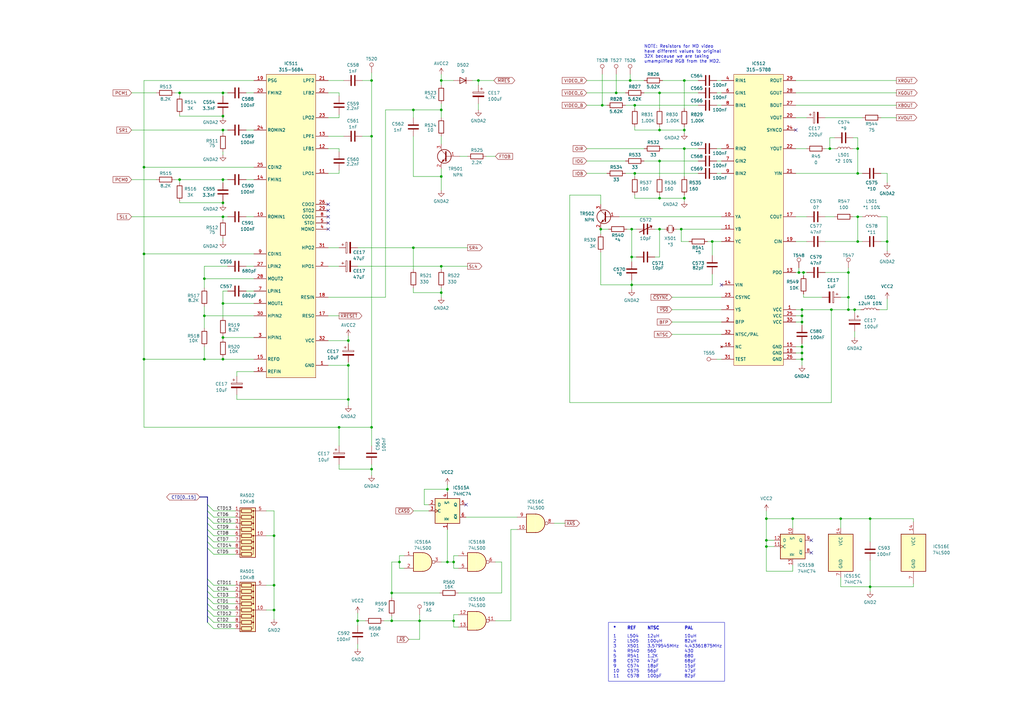
<source format=kicad_sch>
(kicad_sch (version 20230121) (generator eeschema)
  (paper "A3")
  (title_block (title "32X Sub") (date "2023-11-29") (rev "1.1") (company "By Cosam") (comment 1 "Neptune"))
  (junction (at 152.4 33.02))
  (junction (at 180.975 109.22))
  (junction (at 328.93 147.32))
  (junction (at 112.395 240.03))
  (junction (at 112.395 250.19))
  (junction (at 270.51 66.04))
  (junction (at 142.875 149.86))
  (junction (at 91.44 47.625))
  (junction (at 91.44 83.185))
  (junction (at 280.67 53.34))
  (junction (at 314.325 224.155))
  (junction (at 351.79 71.12))
  (junction (at 59.055 147.32))
  (junction (at 247.015 43.18))
  (junction (at 325.12 212.725))
  (junction (at 91.44 73.66))
  (junction (at 328.93 144.78))
  (junction (at 180.975 120.015))
  (junction (at 327.66 111.76))
  (junction (at 196.215 33.02))
  (junction (at 363.855 99.06))
  (junction (at 91.44 38.1))
  (junction (at 314.325 212.725))
  (junction (at 340.36 60.96))
  (junction (at 259.08 93.98))
  (junction (at 180.975 72.39))
  (junction (at 259.08 105.41))
  (junction (at 356.87 212.725))
  (junction (at 347.98 127))
  (junction (at 292.1 99.06))
  (junction (at 59.055 104.14))
  (junction (at 186.055 254.635))
  (junction (at 328.93 129.54))
  (junction (at 146.685 254.635))
  (junction (at 112.395 219.71))
  (junction (at 91.44 88.9))
  (junction (at 347.98 111.76))
  (junction (at 340.995 127))
  (junction (at 152.4 175.26))
  (junction (at 270.51 38.1))
  (junction (at 260.35 71.12))
  (junction (at 91.44 124.46))
  (junction (at 328.93 142.24))
  (junction (at 329.565 111.76))
  (junction (at 142.875 139.7))
  (junction (at 163.83 230.505))
  (junction (at 280.67 33.02))
  (junction (at 280.67 60.96))
  (junction (at 350.52 127))
  (junction (at 280.67 81.28))
  (junction (at 270.51 81.28))
  (junction (at 172.085 254.635))
  (junction (at 183.515 230.505))
  (junction (at 183.515 200.66))
  (junction (at 169.545 101.6))
  (junction (at 344.805 212.725))
  (junction (at 328.93 132.08))
  (junction (at 152.4 55.88))
  (junction (at 246.38 93.98))
  (junction (at 270.51 93.98))
  (junction (at 73.66 38.1))
  (junction (at 83.82 147.32))
  (junction (at 180.975 45.085))
  (junction (at 169.545 45.085))
  (junction (at 314.325 221.615))
  (junction (at 73.66 73.66))
  (junction (at 351.79 60.96))
  (junction (at 270.51 53.34))
  (junction (at 186.055 230.505))
  (junction (at 91.44 138.43))
  (junction (at 160.655 243.205))
  (junction (at 351.79 88.9))
  (junction (at 259.08 116.84))
  (junction (at 91.44 53.34))
  (junction (at 347.98 121.92))
  (junction (at 260.35 43.18))
  (junction (at 279.4 93.98))
  (junction (at 328.93 127))
  (junction (at 252.73 38.1))
  (junction (at 91.44 147.32))
  (junction (at 152.4 192.405))
  (junction (at 160.655 254.635))
  (junction (at 142.875 163.83))
  (junction (at 83.82 129.54))
  (junction (at 258.445 33.02))
  (junction (at 139.065 175.26))
  (junction (at 180.975 33.02))
  (junction (at 59.055 68.58))
  (junction (at 356.87 240.665))
  (junction (at 351.79 99.06))
  (junction (at 83.82 114.3))
  (no_connect (at 295.91 116.84))
  (no_connect (at 332.74 226.695))
  (no_connect (at 134.62 86.36))
  (no_connect (at 134.62 93.98))
  (no_connect (at 191.135 207.01))
  (no_connect (at 134.62 88.9))
  (no_connect (at 134.62 91.44))
  (no_connect (at 134.62 83.82))
  (no_connect (at 332.74 221.615))
  (no_connect (at 326.39 53.34))
  (bus_entry (at 87.63 247.65) (size -2.54 -2.54))
  (bus_entry (at 87.63 242.57) (size -2.54 -2.54))
  (bus_entry (at 87.63 212.09) (size -2.54 -2.54))
  (bus_entry (at 87.63 240.03) (size -2.54 -2.54))
  (bus_entry (at 87.63 252.73) (size -2.54 -2.54))
  (bus_entry (at 87.63 250.19) (size -2.54 -2.54))
  (bus_entry (at 87.63 224.79) (size -2.54 -2.54))
  (bus_entry (at 87.63 214.63) (size -2.54 -2.54))
  (bus_entry (at 87.63 255.27) (size -2.54 -2.54))
  (bus_entry (at 87.63 257.81) (size -2.54 -2.54))
  (bus_entry (at 87.63 245.11) (size -2.54 -2.54))
  (bus_entry (at 87.63 219.71) (size -2.54 -2.54))
  (bus_entry (at 87.63 217.17) (size -2.54 -2.54))
  (bus_entry (at 87.63 209.55) (size -2.54 -2.54))
  (bus_entry (at 87.63 227.33) (size -2.54 -2.54))
  (bus_entry (at 87.63 222.25) (size -2.54 -2.54))
  (wire (pts (xy 91.44 138.43) (xy 91.44 139.065)))
  (wire (pts (xy 180.975 118.11) (xy 180.975 120.015)))
  (wire (pts (xy 169.545 45.085) (xy 169.545 48.26)))
  (wire (pts (xy 350.52 127) (xy 353.06 127)))
  (wire (pts (xy 258.445 33.02) (xy 264.16 33.02)))
  (wire (pts (xy 169.545 45.085) (xy 158.115 45.085)))
  (wire (pts (xy 91.44 83.185) (xy 73.66 83.185)))
  (wire (pts (xy 259.08 116.84) (xy 292.1 116.84)))
  (wire (pts (xy 280.67 33.02) (xy 286.385 33.02)))
  (wire (pts (xy 73.66 73.66) (xy 73.66 74.93)))
  (wire (pts (xy 275.59 121.92) (xy 295.91 121.92)))
  (wire (pts (xy 290.195 99.06) (xy 292.1 99.06)))
  (wire (pts (xy 257.175 93.98) (xy 259.08 93.98)))
  (wire (pts (xy 270.51 38.1) (xy 286.385 38.1)))
  (bus (pts (xy 85.09 237.49) (xy 85.09 240.03)))
  (wire (pts (xy 328.93 127) (xy 326.39 127)))
  (wire (pts (xy 180.975 55.88) (xy 180.975 59.055)))
  (wire (pts (xy 157.48 254.635) (xy 160.655 254.635)))
  (wire (pts (xy 247.015 43.18) (xy 248.92 43.18)))
  (wire (pts (xy 91.44 119.38) (xy 93.345 119.38)))
  (wire (pts (xy 53.975 73.66) (xy 64.135 73.66)))
  (wire (pts (xy 112.395 219.71) (xy 112.395 240.03)))
  (wire (pts (xy 259.08 105.41) (xy 259.08 107.315)))
  (wire (pts (xy 91.44 73.66) (xy 91.44 74.93)))
  (wire (pts (xy 350.52 127) (xy 350.52 128.27)))
  (wire (pts (xy 146.685 264.16) (xy 146.685 266.065)))
  (wire (pts (xy 246.38 116.84) (xy 259.08 116.84)))
  (wire (pts (xy 142.875 137.795) (xy 142.875 139.7)))
  (wire (pts (xy 186.055 257.175) (xy 187.96 257.175)))
  (wire (pts (xy 109.22 240.03) (xy 112.395 240.03)))
  (wire (pts (xy 326.39 71.12) (xy 351.79 71.12)))
  (wire (pts (xy 83.82 147.32) (xy 83.82 142.24)))
  (wire (pts (xy 73.66 47.625) (xy 73.66 46.99)))
  (wire (pts (xy 87.63 247.65) (xy 96.52 247.65)))
  (wire (pts (xy 180.975 109.22) (xy 180.975 110.49)))
  (wire (pts (xy 347.98 109.855) (xy 347.98 111.76)))
  (wire (pts (xy 180.975 69.215) (xy 180.975 72.39)))
  (wire (pts (xy 163.83 230.505) (xy 163.83 233.045)))
  (wire (pts (xy 180.34 243.205) (xy 160.655 243.205)))
  (wire (pts (xy 351.79 99.06) (xy 353.695 99.06)))
  (wire (pts (xy 59.055 68.58) (xy 59.055 104.14)))
  (wire (pts (xy 139.065 175.26) (xy 139.065 182.88)))
  (wire (pts (xy 87.63 224.79) (xy 96.52 224.79)))
  (wire (pts (xy 91.44 138.43) (xy 104.14 138.43)))
  (wire (pts (xy 329.565 120.65) (xy 329.565 121.92)))
  (wire (pts (xy 326.39 142.24) (xy 328.93 142.24)))
  (wire (pts (xy 326.39 144.78) (xy 328.93 144.78)))
  (wire (pts (xy 158.115 121.92) (xy 134.62 121.92)))
  (bus (pts (xy 85.09 212.09) (xy 85.09 209.55)))
  (wire (pts (xy 327.66 111.76) (xy 329.565 111.76)))
  (wire (pts (xy 83.82 129.54) (xy 104.14 129.54)))
  (wire (pts (xy 180.975 30.48) (xy 180.975 33.02)))
  (wire (pts (xy 350.52 135.89) (xy 350.52 138.43)))
  (wire (pts (xy 134.62 129.54) (xy 139.065 129.54)))
  (wire (pts (xy 180.975 120.015) (xy 180.975 121.92)))
  (wire (pts (xy 73.66 38.1) (xy 73.66 39.37)))
  (bus (pts (xy 85.09 222.25) (xy 85.09 219.71)))
  (wire (pts (xy 134.62 139.7) (xy 142.875 139.7)))
  (wire (pts (xy 83.82 114.3) (xy 104.14 114.3)))
  (wire (pts (xy 279.4 93.98) (xy 295.91 93.98)))
  (wire (pts (xy 328.93 147.32) (xy 326.39 147.32)))
  (wire (pts (xy 91.44 46.99) (xy 91.44 47.625)))
  (wire (pts (xy 314.325 209.55) (xy 314.325 212.725)))
  (wire (pts (xy 97.155 163.83) (xy 142.875 163.83)))
  (wire (pts (xy 180.975 109.22) (xy 191.77 109.22)))
  (wire (pts (xy 160.655 254.635) (xy 172.085 254.635)))
  (wire (pts (xy 187.96 252.095) (xy 186.055 252.095)))
  (wire (pts (xy 270.51 81.28) (xy 260.35 81.28)))
  (wire (pts (xy 173.99 207.01) (xy 173.99 200.66)))
  (wire (pts (xy 134.62 48.26) (xy 139.065 48.26)))
  (wire (pts (xy 180.975 45.085) (xy 169.545 45.085)))
  (wire (pts (xy 240.665 60.96) (xy 264.16 60.96)))
  (wire (pts (xy 87.63 212.09) (xy 96.52 212.09)))
  (wire (pts (xy 361.315 71.12) (xy 363.855 71.12)))
  (wire (pts (xy 279.4 93.98) (xy 279.4 99.06)))
  (wire (pts (xy 294.005 60.96) (xy 295.91 60.96)))
  (wire (pts (xy 252.73 30.48) (xy 252.73 38.1)))
  (wire (pts (xy 152.4 55.88) (xy 148.59 55.88)))
  (wire (pts (xy 87.63 250.19) (xy 96.52 250.19)))
  (wire (pts (xy 259.08 93.98) (xy 259.08 105.41)))
  (wire (pts (xy 280.67 60.96) (xy 280.67 72.39)))
  (wire (pts (xy 59.055 104.14) (xy 104.14 104.14)))
  (wire (pts (xy 152.4 33.02) (xy 152.4 55.88)))
  (bus (pts (xy 85.09 224.79) (xy 85.09 237.49)))
  (wire (pts (xy 139.065 48.26) (xy 139.065 46.99)))
  (wire (pts (xy 139.065 60.96) (xy 134.62 60.96)))
  (wire (pts (xy 169.545 101.6) (xy 169.545 110.49)))
  (wire (pts (xy 246.38 80.01) (xy 233.68 80.01)))
  (wire (pts (xy 97.155 152.4) (xy 97.155 154.305)))
  (wire (pts (xy 205.74 243.205) (xy 187.96 243.205)))
  (wire (pts (xy 91.44 124.46) (xy 104.14 124.46)))
  (wire (pts (xy 196.215 33.02) (xy 202.565 33.02)))
  (wire (pts (xy 279.4 99.06) (xy 282.575 99.06)))
  (wire (pts (xy 91.44 73.66) (xy 93.345 73.66)))
  (wire (pts (xy 91.44 124.46) (xy 91.44 130.175)))
  (wire (pts (xy 240.665 71.12) (xy 248.92 71.12)))
  (wire (pts (xy 246.38 103.505) (xy 246.38 116.84)))
  (wire (pts (xy 363.855 74.93) (xy 363.855 71.12)))
  (wire (pts (xy 209.55 217.17) (xy 212.09 217.17)))
  (wire (pts (xy 360.68 127) (xy 363.855 127)))
  (wire (pts (xy 183.515 230.505) (xy 183.515 217.17)))
  (wire (pts (xy 59.055 147.32) (xy 59.055 175.26)))
  (wire (pts (xy 361.315 48.26) (xy 367.665 48.26)))
  (wire (pts (xy 134.62 109.22) (xy 139.065 109.22)))
  (wire (pts (xy 351.79 71.12) (xy 353.695 71.12)))
  (wire (pts (xy 351.79 60.96) (xy 351.79 71.12)))
  (wire (pts (xy 326.39 48.26) (xy 330.835 48.26)))
  (wire (pts (xy 328.93 132.08) (xy 328.93 133.35)))
  (wire (pts (xy 175.895 207.01) (xy 173.99 207.01)))
  (wire (pts (xy 91.44 97.79) (xy 91.44 99.06)))
  (wire (pts (xy 328.93 147.32) (xy 328.93 149.86)))
  (wire (pts (xy 139.065 192.405) (xy 152.4 192.405)))
  (wire (pts (xy 268.605 93.98) (xy 270.51 93.98)))
  (wire (pts (xy 347.98 121.92) (xy 347.98 127)))
  (wire (pts (xy 71.755 38.1) (xy 73.66 38.1)))
  (bus (pts (xy 85.09 245.11) (xy 85.09 242.57)))
  (wire (pts (xy 294.005 147.32) (xy 295.91 147.32)))
  (wire (pts (xy 180.975 72.39) (xy 169.545 72.39)))
  (wire (pts (xy 314.325 224.155) (xy 317.5 224.155)))
  (wire (pts (xy 294.005 71.12) (xy 295.91 71.12)))
  (wire (pts (xy 152.4 190.5) (xy 152.4 192.405)))
  (wire (pts (xy 91.44 88.9) (xy 91.44 90.17)))
  (wire (pts (xy 87.63 222.25) (xy 96.52 222.25)))
  (wire (pts (xy 295.91 99.06) (xy 292.1 99.06)))
  (wire (pts (xy 292.1 112.395) (xy 292.1 116.84)))
  (wire (pts (xy 329.565 121.92) (xy 337.185 121.92)))
  (wire (pts (xy 139.065 71.12) (xy 139.065 69.85)))
  (wire (pts (xy 59.055 147.32) (xy 59.055 104.14)))
  (wire (pts (xy 270.51 93.98) (xy 270.51 105.41)))
  (wire (pts (xy 104.14 33.02) (xy 59.055 33.02)))
  (wire (pts (xy 256.54 43.18) (xy 260.35 43.18)))
  (wire (pts (xy 152.4 192.405) (xy 152.4 194.945)))
  (wire (pts (xy 294.005 66.04) (xy 295.91 66.04)))
  (wire (pts (xy 356.87 229.87) (xy 356.87 240.665)))
  (wire (pts (xy 169.545 118.11) (xy 169.545 120.015)))
  (wire (pts (xy 91.44 47.625) (xy 91.44 48.26)))
  (wire (pts (xy 169.545 101.6) (xy 191.77 101.6)))
  (wire (pts (xy 180.975 42.545) (xy 180.975 45.085)))
  (bus (pts (xy 85.09 252.73) (xy 85.09 250.19)))
  (wire (pts (xy 169.545 72.39) (xy 169.545 55.88)))
  (bus (pts (xy 85.09 217.17) (xy 85.09 214.63)))
  (wire (pts (xy 344.805 212.725) (xy 325.12 212.725)))
  (wire (pts (xy 83.82 109.22) (xy 93.345 109.22)))
  (wire (pts (xy 146.685 251.46) (xy 146.685 254.635)))
  (wire (pts (xy 53.975 88.9) (xy 91.44 88.9)))
  (wire (pts (xy 328.93 142.24) (xy 328.93 144.78)))
  (wire (pts (xy 87.63 242.57) (xy 96.52 242.57)))
  (wire (pts (xy 183.515 198.755) (xy 183.515 200.66)))
  (wire (pts (xy 91.44 47.625) (xy 73.66 47.625)))
  (wire (pts (xy 91.44 147.32) (xy 83.82 147.32)))
  (wire (pts (xy 340.995 127) (xy 347.98 127)))
  (wire (pts (xy 374.65 212.725) (xy 374.65 213.995)))
  (wire (pts (xy 356.87 240.665) (xy 374.65 240.665)))
  (wire (pts (xy 260.35 71.12) (xy 260.35 72.39)))
  (wire (pts (xy 326.39 132.08) (xy 328.93 132.08)))
  (wire (pts (xy 83.82 118.11) (xy 83.82 114.3)))
  (wire (pts (xy 363.855 88.9) (xy 361.315 88.9)))
  (wire (pts (xy 314.325 221.615) (xy 314.325 224.155)))
  (wire (pts (xy 180.975 230.505) (xy 183.515 230.505)))
  (wire (pts (xy 172.085 262.255) (xy 172.085 254.635)))
  (wire (pts (xy 363.855 122.555) (xy 363.855 127)))
  (wire (pts (xy 139.065 39.37) (xy 139.065 38.1)))
  (wire (pts (xy 142.875 148.59) (xy 142.875 149.86)))
  (wire (pts (xy 91.44 137.795) (xy 91.44 138.43)))
  (wire (pts (xy 351.79 60.96) (xy 349.885 60.96)))
  (wire (pts (xy 148.59 33.02) (xy 152.4 33.02)))
  (wire (pts (xy 240.665 33.02) (xy 258.445 33.02)))
  (wire (pts (xy 260.35 71.12) (xy 286.385 71.12)))
  (wire (pts (xy 328.93 144.78) (xy 328.93 147.32)))
  (wire (pts (xy 326.39 43.18) (xy 367.665 43.18)))
  (wire (pts (xy 259.08 93.98) (xy 260.985 93.98)))
  (wire (pts (xy 340.36 56.515) (xy 340.36 60.96)))
  (wire (pts (xy 264.16 66.04) (xy 270.51 66.04)))
  (wire (pts (xy 87.63 240.03) (xy 96.52 240.03)))
  (wire (pts (xy 270.51 93.98) (xy 272.415 93.98)))
  (wire (pts (xy 152.4 29.845) (xy 152.4 33.02)))
  (wire (pts (xy 240.665 66.04) (xy 256.54 66.04)))
  (wire (pts (xy 264.16 38.1) (xy 270.51 38.1)))
  (wire (pts (xy 83.82 147.32) (xy 59.055 147.32)))
  (wire (pts (xy 292.1 99.06) (xy 292.1 104.775)))
  (wire (pts (xy 270.51 38.1) (xy 270.51 44.45)))
  (wire (pts (xy 338.455 60.96) (xy 340.36 60.96)))
  (wire (pts (xy 91.44 82.55) (xy 91.44 83.185)))
  (wire (pts (xy 325.12 234.315) (xy 325.12 231.775)))
  (wire (pts (xy 280.67 53.34) (xy 270.51 53.34)))
  (wire (pts (xy 314.325 234.315) (xy 325.12 234.315)))
  (wire (pts (xy 328.93 132.08) (xy 328.93 129.54)))
  (wire (pts (xy 329.565 111.76) (xy 330.835 111.76)))
  (wire (pts (xy 53.975 53.34) (xy 91.44 53.34)))
  (wire (pts (xy 233.68 165.1) (xy 340.995 165.1)))
  (wire (pts (xy 163.83 233.045) (xy 165.735 233.045)))
  (wire (pts (xy 186.055 254.635) (xy 186.055 257.175)))
  (wire (pts (xy 87.63 227.33) (xy 96.52 227.33)))
  (wire (pts (xy 329.565 111.76) (xy 329.565 113.03)))
  (wire (pts (xy 258.445 30.48) (xy 258.445 33.02)))
  (wire (pts (xy 351.79 88.9) (xy 353.695 88.9)))
  (wire (pts (xy 326.39 38.1) (xy 367.665 38.1)))
  (wire (pts (xy 167.64 262.255) (xy 172.085 262.255)))
  (wire (pts (xy 240.665 38.1) (xy 252.73 38.1)))
  (wire (pts (xy 104.14 152.4) (xy 97.155 152.4)))
  (wire (pts (xy 87.63 252.73) (xy 96.52 252.73)))
  (wire (pts (xy 87.63 245.11) (xy 96.52 245.11)))
  (wire (pts (xy 53.975 38.1) (xy 64.135 38.1)))
  (wire (pts (xy 109.22 250.19) (xy 112.395 250.19)))
  (wire (pts (xy 134.62 33.02) (xy 140.97 33.02)))
  (bus (pts (xy 85.09 219.71) (xy 85.09 217.17)))
  (wire (pts (xy 246.38 93.98) (xy 246.38 95.885)))
  (wire (pts (xy 314.325 221.615) (xy 317.5 221.615)))
  (wire (pts (xy 363.855 99.06) (xy 363.855 88.9)))
  (wire (pts (xy 83.82 129.54) (xy 83.82 134.62)))
  (wire (pts (xy 294.005 33.02) (xy 295.91 33.02)))
  (wire (pts (xy 340.995 165.1) (xy 340.995 127)))
  (wire (pts (xy 205.74 230.505) (xy 203.2 230.505)))
  (wire (pts (xy 100.965 73.66) (xy 104.14 73.66)))
  (wire (pts (xy 209.55 254.635) (xy 209.55 217.17)))
  (wire (pts (xy 165.735 227.965) (xy 163.83 227.965)))
  (wire (pts (xy 186.055 252.095) (xy 186.055 254.635)))
  (wire (pts (xy 351.79 56.515) (xy 351.79 60.96)))
  (bus (pts (xy 85.09 255.27) (xy 85.09 252.73)))
  (wire (pts (xy 205.74 230.505) (xy 205.74 243.205)))
  (wire (pts (xy 240.665 43.18) (xy 247.015 43.18)))
  (wire (pts (xy 186.055 230.505) (xy 186.055 233.045)))
  (wire (pts (xy 152.4 175.26) (xy 152.4 182.88)))
  (wire (pts (xy 260.35 53.34) (xy 260.35 52.07)))
  (wire (pts (xy 134.62 71.12) (xy 139.065 71.12)))
  (wire (pts (xy 259.08 105.41) (xy 260.985 105.41)))
  (wire (pts (xy 351.79 88.9) (xy 351.79 99.06)))
  (wire (pts (xy 338.455 99.06) (xy 351.79 99.06)))
  (wire (pts (xy 252.73 38.1) (xy 256.54 38.1)))
  (wire (pts (xy 91.44 53.34) (xy 93.345 53.34)))
  (wire (pts (xy 338.455 111.76) (xy 347.98 111.76)))
  (wire (pts (xy 349.885 88.9) (xy 351.79 88.9)))
  (wire (pts (xy 203.2 254.635) (xy 209.55 254.635)))
  (wire (pts (xy 356.87 222.25) (xy 356.87 212.725)))
  (wire (pts (xy 280.67 81.28) (xy 280.67 82.55)))
  (wire (pts (xy 142.875 163.83) (xy 142.875 166.37)))
  (wire (pts (xy 246.38 93.98) (xy 249.555 93.98)))
  (wire (pts (xy 270.51 66.04) (xy 286.385 66.04)))
  (wire (pts (xy 91.44 147.32) (xy 104.14 147.32)))
  (wire (pts (xy 73.66 83.185) (xy 73.66 82.55)))
  (wire (pts (xy 163.83 230.505) (xy 160.655 230.505)))
  (wire (pts (xy 294.005 43.18) (xy 295.91 43.18)))
  (wire (pts (xy 275.59 132.08) (xy 295.91 132.08)))
  (wire (pts (xy 152.4 175.26) (xy 152.4 55.88)))
  (wire (pts (xy 59.055 68.58) (xy 104.14 68.58)))
  (wire (pts (xy 59.055 33.02) (xy 59.055 68.58)))
  (wire (pts (xy 199.39 64.135) (xy 203.2 64.135)))
  (wire (pts (xy 146.685 256.54) (xy 146.685 254.635)))
  (wire (pts (xy 340.995 127) (xy 328.93 127)))
  (wire (pts (xy 260.35 43.18) (xy 286.385 43.18)))
  (wire (pts (xy 186.055 233.045) (xy 187.96 233.045)))
  (wire (pts (xy 91.44 146.685) (xy 91.44 147.32)))
  (wire (pts (xy 73.66 38.1) (xy 91.44 38.1)))
  (wire (pts (xy 314.325 212.725) (xy 314.325 221.615)))
  (wire (pts (xy 139.065 190.5) (xy 139.065 192.405)))
  (wire (pts (xy 227.33 214.63) (xy 231.775 214.63)))
  (wire (pts (xy 356.87 240.665) (xy 344.805 240.665)))
  (wire (pts (xy 172.085 254.635) (xy 186.055 254.635)))
  (wire (pts (xy 109.22 209.55) (xy 112.395 209.55)))
  (wire (pts (xy 183.515 230.505) (xy 186.055 230.505)))
  (wire (pts (xy 326.39 88.9) (xy 330.835 88.9)))
  (wire (pts (xy 169.545 120.015) (xy 180.975 120.015)))
  (wire (pts (xy 112.395 240.03) (xy 112.395 250.19)))
  (wire (pts (xy 142.875 139.7) (xy 142.875 140.97)))
  (wire (pts (xy 338.455 88.9) (xy 342.265 88.9)))
  (wire (pts (xy 275.59 127) (xy 295.91 127)))
  (wire (pts (xy 139.065 175.26) (xy 152.4 175.26)))
  (wire (pts (xy 356.87 240.665) (xy 356.87 242.57)))
  (wire (pts (xy 180.975 33.02) (xy 186.055 33.02)))
  (wire (pts (xy 326.39 129.54) (xy 328.93 129.54)))
  (wire (pts (xy 142.875 163.83) (xy 142.875 149.86)))
  (wire (pts (xy 325.12 212.725) (xy 325.12 216.535)))
  (wire (pts (xy 270.51 53.34) (xy 260.35 53.34)))
  (wire (pts (xy 183.515 200.66) (xy 183.515 201.93)))
  (wire (pts (xy 259.08 114.935) (xy 259.08 116.84)))
  (wire (pts (xy 169.545 209.55) (xy 175.895 209.55)))
  (wire (pts (xy 277.495 93.98) (xy 279.4 93.98)))
  (wire (pts (xy 142.875 149.86) (xy 134.62 149.86)))
  (wire (pts (xy 187.96 227.965) (xy 186.055 227.965)))
  (wire (pts (xy 91.44 83.185) (xy 91.44 83.82)))
  (wire (pts (xy 173.99 200.66) (xy 183.515 200.66)))
  (wire (pts (xy 83.82 114.3) (xy 83.82 109.22)))
  (wire (pts (xy 97.155 161.925) (xy 97.155 163.83)))
  (wire (pts (xy 73.66 73.66) (xy 91.44 73.66)))
  (wire (pts (xy 361.315 99.06) (xy 363.855 99.06)))
  (wire (pts (xy 280.67 81.28) (xy 270.51 81.28)))
  (wire (pts (xy 270.51 80.01) (xy 270.51 81.28)))
  (wire (pts (xy 256.54 71.12) (xy 260.35 71.12)))
  (wire (pts (xy 327.66 109.855) (xy 327.66 111.76)))
  (wire (pts (xy 91.44 53.34) (xy 91.44 54.61)))
  (wire (pts (xy 87.63 255.27) (xy 96.52 255.27)))
  (wire (pts (xy 328.93 129.54) (xy 328.93 127)))
  (wire (pts (xy 100.965 53.34) (xy 104.14 53.34)))
  (wire (pts (xy 280.67 60.96) (xy 286.385 60.96)))
  (wire (pts (xy 186.055 227.965) (xy 186.055 230.505)))
  (wire (pts (xy 112.395 250.19) (xy 112.395 254)))
  (wire (pts (xy 160.655 252.73) (xy 160.655 254.635)))
  (wire (pts (xy 188.595 64.135) (xy 191.77 64.135)))
  (wire (pts (xy 247.015 30.48) (xy 247.015 43.18)))
  (wire (pts (xy 314.325 212.725) (xy 325.12 212.725)))
  (wire (pts (xy 374.65 212.725) (xy 356.87 212.725)))
  (wire (pts (xy 328.93 140.97) (xy 328.93 142.24)))
  (wire (pts (xy 260.35 43.18) (xy 260.35 44.45)))
  (wire (pts (xy 344.805 240.665) (xy 344.805 236.855)))
  (wire (pts (xy 344.805 121.92) (xy 347.98 121.92)))
  (wire (pts (xy 180.975 45.085) (xy 180.975 48.26)))
  (wire (pts (xy 100.965 88.9) (xy 104.14 88.9)))
  (wire (pts (xy 91.44 88.9) (xy 93.345 88.9)))
  (wire (pts (xy 280.67 33.02) (xy 280.67 44.45)))
  (wire (pts (xy 134.62 101.6) (xy 139.065 101.6)))
  (wire (pts (xy 146.685 101.6) (xy 169.545 101.6)))
  (wire (pts (xy 254 88.9) (xy 295.91 88.9)))
  (wire (pts (xy 87.63 257.81) (xy 96.52 257.81)))
  (wire (pts (xy 246.38 83.82) (xy 246.38 80.01)))
  (wire (pts (xy 196.215 42.545) (xy 196.215 45.085)))
  (wire (pts (xy 100.965 38.1) (xy 104.14 38.1)))
  (wire (pts (xy 314.325 224.155) (xy 314.325 234.315)))
  (wire (pts (xy 83.82 129.54) (xy 83.82 125.73)))
  (bus (pts (xy 85.09 207.01) (xy 85.09 203.835)))
  (wire (pts (xy 146.685 109.22) (xy 180.975 109.22)))
  (wire (pts (xy 100.965 119.38) (xy 104.14 119.38)))
  (wire (pts (xy 347.98 127) (xy 350.52 127)))
  (wire (pts (xy 87.63 219.71) (xy 96.52 219.71)))
  (wire (pts (xy 139.065 62.23) (xy 139.065 60.96)))
  (wire (pts (xy 326.39 99.06) (xy 330.835 99.06)))
  (wire (pts (xy 91.44 38.1) (xy 91.44 39.37)))
  (wire (pts (xy 270.51 52.07) (xy 270.51 53.34)))
  (bus (pts (xy 85.09 247.65) (xy 85.09 245.11)))
  (wire (pts (xy 326.39 33.02) (xy 367.665 33.02)))
  (wire (pts (xy 91.44 38.1) (xy 93.345 38.1)))
  (wire (pts (xy 91.44 62.23) (xy 91.44 63.5)))
  (bus (pts (xy 85.09 242.57) (xy 85.09 240.03)))
  (wire (pts (xy 338.455 48.26) (xy 353.695 48.26)))
  (wire (pts (xy 87.63 209.55) (xy 96.52 209.55)))
  (wire (pts (xy 271.78 33.02) (xy 280.67 33.02)))
  (wire (pts (xy 347.98 111.76) (xy 347.98 121.92)))
  (wire (pts (xy 280.67 80.01) (xy 280.67 81.28)))
  (wire (pts (xy 271.78 60.96) (xy 280.67 60.96)))
  (wire (pts (xy 59.055 175.26) (xy 139.065 175.26)))
  (bus (pts (xy 85.09 224.79) (xy 85.09 222.25)))
  (wire (pts (xy 233.68 80.01) (xy 233.68 165.1)))
  (wire (pts (xy 191.135 212.09) (xy 212.09 212.09)))
  (wire (pts (xy 172.085 252.095) (xy 172.085 254.635)))
  (wire (pts (xy 193.675 33.02) (xy 196.215 33.02)))
  (wire (pts (xy 109.22 219.71) (xy 112.395 219.71)))
  (wire (pts (xy 100.965 109.22) (xy 104.14 109.22)))
  (wire (pts (xy 363.855 102.87) (xy 363.855 99.06)))
  (wire (pts (xy 280.67 52.07) (xy 280.67 53.34)))
  (wire (pts (xy 146.685 254.635) (xy 149.86 254.635)))
  (wire (pts (xy 87.63 217.17) (xy 96.52 217.17)))
  (wire (pts (xy 340.36 60.96) (xy 342.265 60.96)))
  (wire (pts (xy 349.885 56.515) (xy 351.79 56.515)))
  (bus (pts (xy 85.09 203.835) (xy 81.915 203.835)))
  (wire (pts (xy 87.63 214.63) (xy 96.52 214.63)))
  (wire (pts (xy 344.805 212.725) (xy 344.805 216.535)))
  (wire (pts (xy 163.83 227.965) (xy 163.83 230.505)))
  (wire (pts (xy 326.39 111.76) (xy 327.66 111.76)))
  (wire (pts (xy 260.35 81.28) (xy 260.35 80.01)))
  (wire (pts (xy 134.62 38.1) (xy 139.065 38.1)))
  (wire (pts (xy 158.115 45.085) (xy 158.115 121.92)))
  (wire (pts (xy 356.87 212.725) (xy 344.805 212.725)))
  (wire (pts (xy 160.655 230.505) (xy 160.655 243.205)))
  (wire (pts (xy 160.655 243.205) (xy 160.655 245.11)))
  (wire (pts (xy 180.975 33.02) (xy 180.975 34.925)))
  (wire (pts (xy 134.62 55.88) (xy 140.97 55.88)))
  (wire (pts (xy 280.67 53.34) (xy 280.67 54.61)))
  (wire (pts (xy 275.59 137.16) (xy 295.91 137.16)))
  (wire (pts (xy 294.005 38.1) (xy 295.91 38.1)))
  (wire (pts (xy 196.215 33.02) (xy 196.215 34.925)))
  (wire (pts (xy 259.08 116.84) (xy 259.08 118.745)))
  (wire (pts (xy 180.975 72.39) (xy 180.975 78.105)))
  (wire (pts (xy 342.265 56.515) (xy 340.36 56.515)))
  (bus (pts (xy 85.09 212.09) (xy 85.09 214.63)))
  (bus (pts (xy 85.09 207.01) (xy 85.09 209.55)))
  (wire (pts (xy 374.65 240.665) (xy 374.65 239.395)))
  (wire (pts (xy 112.395 209.55) (xy 112.395 219.71)))
  (wire (pts (xy 270.51 66.04) (xy 270.51 72.39)))
  (bus (pts (xy 85.09 250.19) (xy 85.09 247.65)))
  (wire (pts (xy 91.44 124.46) (xy 91.44 119.38)))
  (wire (pts (xy 270.51 105.41) (xy 268.605 105.41)))
  (wire (pts (xy 326.39 60.96) (xy 330.835 60.96)))
  (wire (pts (xy 71.755 73.66) (xy 73.66 73.66)))
  (rectangle (start 249.555 255.27) (end 297.18 279.4))
  (text "PAL" (at 280.67 258.445 0) (effects (font (size 1.27 1.27) bold) (justify left bottom)))
  (text "*" (at 251.46 258.445 0) (effects (font (size 1.27 1.27) (thickness 0.254) bold) (justify left bottom)))
  (text "NOTE: Resistors for MD video\nhave different values to original\n32X because we are taking\numamplified RGB from the MD2." (at 264.16 26.035 0) (effects (font (size 1.27 1.27)) (justify left bottom)))
  (text "L504\nL505\nX501\nR540\nR541\nC570\nC574\nC575\nC578" (at 257.175 278.13 0) (effects (font (size 1.27 1.27)) (justify left bottom)))
  (text "NTSC" (at 265.43 258.445 0) (effects (font (size 1.27 1.27) bold) (justify left bottom)))
  (text "10uH\n82uH\n4.43361875MHz\n430\n680\n68pF\n15pF\n47pF\n82pF" (at 280.67 278.13 0) (effects (font (size 1.27 1.27)) (justify left bottom)))
  (text "1\n2\n3\n4\n5\n8\n9\n10\n11" (at 251.46 278.13 0) (effects (font (size 1.27 1.27)) (justify left bottom)))
  (text "12uH\n100uH\n3.579545MHz\n560\n1.2K\n47pF\n18pF\n56pF\n100pF" (at 265.43 278.13 0) (effects (font (size 1.27 1.27)) (justify left bottom)))
  (text "REF" (at 257.175 258.445 0) (effects (font (size 1.27 1.27) bold) (justify left bottom)))
  (label "CTD4" (at 88.9 242.57 0))
  (label "CTD14" (at 88.9 224.79 0))
  (label "CTD11" (at 88.9 240.03 0))
  (label "CTD15" (at 88.9 214.63 0))
  (label "CTD3" (at 88.9 245.11 0))
  (label "CTD2" (at 88.9 255.27 0))
  (label "CTD12" (at 88.9 252.73 0))
  (label "CTD6" (at 88.9 212.09 0))
  (label "CTD5" (at 88.9 227.33 0))
  (label "CTD13" (at 88.9 209.55 0))
  (label "CTD1" (at 88.9 247.65 0))
  (label "CTD7" (at 88.9 222.25 0))
  (label "CTD0" (at 88.9 250.19 0))
  (label "CTD9" (at 88.9 217.17 0))
  (label "CTD10" (at 88.9 257.81 0))
  (label "CTD8" (at 88.9 219.71 0))
  (global_label "BFP" (shape input) (at 275.59 132.08 180) (property "Intersheetrefs" "${INTERSHEET_REFS}" (effects hide)))
  (global_label "SL4" (shape output) (at 191.77 109.22 0) (property "Intersheetrefs" "${INTERSHEET_REFS}" (effects hide)))
  (global_label "XVOUT" (shape output) (at 367.665 48.26 0) (property "Intersheetrefs" "${INTERSHEET_REFS}" (effects hide)))
  (global_label "CTD[0..15]" (shape bidirectional) (at 81.915 203.835 180) (property "Intersheetrefs" "${INTERSHEET_REFS}" (effects hide)))
  (global_label "FTOB" (shape input) (at 203.2 64.135 0) (property "Intersheetrefs" "${INTERSHEET_REFS}" (effects hide)))
  (global_label "~{AS}" (shape input) (at 167.64 262.255 180) (property "Intersheetrefs" "${INTERSHEET_REFS}" (effects hide)))
  (global_label "XBOUT" (shape output) (at 367.665 43.18 0) (property "Intersheetrefs" "${INTERSHEET_REFS}" (effects hide)))
  (global_label "~{CAS0}" (shape input) (at 169.545 209.55 180) (property "Intersheetrefs" "${INTERSHEET_REFS}" (effects hide)))
  (global_label "SR1" (shape input) (at 53.975 53.34 180) (property "Intersheetrefs" "${INTERSHEET_REFS}" (effects hide)))
  (global_label "IOG" (shape input) (at 240.665 66.04 180) (property "Intersheetrefs" "${INTERSHEET_REFS}" (effects hide)))
  (global_label "SR4" (shape output) (at 191.77 101.6 0) (property "Intersheetrefs" "${INTERSHEET_REFS}" (effects hide)))
  (global_label "IOB" (shape input) (at 240.665 71.12 180) (property "Intersheetrefs" "${INTERSHEET_REFS}" (effects hide)))
  (global_label "PCM0" (shape input) (at 53.975 73.66 180) (property "Intersheetrefs" "${INTERSHEET_REFS}" (effects hide)))
  (global_label "VIDEO_R" (shape input) (at 240.665 33.02 180) (property "Intersheetrefs" "${INTERSHEET_REFS}" (effects hide)))
  (global_label "~{XRESET}" (shape output) (at 139.065 129.54 0) (property "Intersheetrefs" "${INTERSHEET_REFS}" (effects hide)))
  (global_label "SL1" (shape input) (at 53.975 88.9 180) (property "Intersheetrefs" "${INTERSHEET_REFS}" (effects hide)))
  (global_label "XGOUT" (shape output) (at 367.665 38.1 0) (property "Intersheetrefs" "${INTERSHEET_REFS}" (effects hide)))
  (global_label "NTSC" (shape input) (at 275.59 137.16 180) (property "Intersheetrefs" "${INTERSHEET_REFS}" (effects hide)))
  (global_label "OIR" (shape input) (at 240.665 60.96 180) (property "Intersheetrefs" "${INTERSHEET_REFS}" (effects hide)))
  (global_label "~{YS0}" (shape input) (at 275.59 127 180) (property "Intersheetrefs" "${INTERSHEET_REFS}" (effects hide)))
  (global_label "~{XAS}" (shape output) (at 231.775 214.63 0) (property "Intersheetrefs" "${INTERSHEET_REFS}" (effects hide)))
  (global_label "VIDEO_B" (shape input) (at 240.665 43.18 180) (property "Intersheetrefs" "${INTERSHEET_REFS}" (effects hide)))
  (global_label "VIDEO_G" (shape input) (at 240.665 38.1 180) (property "Intersheetrefs" "${INTERSHEET_REFS}" (effects hide)))
  (global_label "PCM1" (shape input) (at 53.975 38.1 180) (property "Intersheetrefs" "${INTERSHEET_REFS}" (effects hide)))
  (global_label "~{MRES}" (shape bidirectional) (at 202.565 33.02 0) (property "Intersheetrefs" "${INTERSHEET_REFS}" (effects hide)))
  (global_label "~{CSYNC}" (shape input) (at 275.59 121.92 180) (property "Intersheetrefs" "${INTERSHEET_REFS}" (effects hide)))
  (global_label "XROUT" (shape output) (at 367.665 33.02 0) (property "Intersheetrefs" "${INTERSHEET_REFS}" (effects hide)))
  (symbol (lib_id "Device:R") (at 83.82 138.43 0) (mirror x) (unit 1)
    (property "Reference" "R518" (at 79.375 137.795 0))
    (property "Value" "10K" (at 79.375 139.7 0))
    (property "Footprint" "Resistor_SMD:R_0805_2012Metric" (effects hide))
  )
  (symbol (lib_id "32X:AVCC2") (at 142.875 137.795 0) (unit 1)
    (property "Reference" "#PWR0131" (effects hide))
    (property "Value" "AVCC2" (at 142.875 133.35 0))
  )
  (symbol (lib_id "32X:GNDA2") (at 196.215 45.085 0) (unit 1)
    (property "Reference" "#PWR0138" (effects hide))
    (property "Value" "GNDA2" (at 196.215 49.53 0))
    (instances (project "Neptune" (path "" (reference "#PWR0138") (unit 1)) (path "" (reference "#PWR0127") (unit 1))))
  )
  (symbol (lib_id "Device:C") (at 290.195 71.12 90) (unit 1)
    (property "Reference" "C569" (at 285.75 69.215 90))
    (property "Value" "100nF" (at 295.275 73.025 90))
    (property "Footprint" "Capacitor_SMD:C_0805_2012Metric" (effects hide))
  )
  (symbol (lib_id "Device:R") (at 91.44 142.875 180) (unit 1)
    (property "Reference" "R520" (at 95.885 142.24 0))
    (property "Value" "10K" (at 95.885 144.145 0))
    (property "Footprint" "Resistor_SMD:R_0805_2012Metric" (effects hide))
  )
  (symbol (lib_id "Device:C_Polarized") (at 97.155 158.115 0) (unit 1)
    (property "Reference" "CE17" (at 93.345 157.48 0) (effects (justify right)))
    (property "Value" "10uF" (at 93.345 160.02 0) (effects (justify right)))
    (property "Footprint" "Capacitor_THT:CP_Radial_D5.0mm_P2.50mm" (effects hide))
    (instances (project "Neptune" (path "" (reference "CE17") (unit 1)) (path "" (reference "CE503") (unit 1))))
  )
  (symbol (lib_id "Device:R") (at 180.975 52.07 0) (mirror x) (unit 1)
    (property "Reference" "R524" (at 176.53 51.435 0))
    (property "Value" "10" (at 176.53 53.34 0))
    (property "Footprint" "Resistor_SMD:R_0805_2012Metric" (effects hide))
  )
  (symbol (lib_id "Device:L") (at 346.075 60.96 90) (unit 1)
    (property "Reference" "L501" (at 346.075 63.5 90))
    (property "Value" "*2 10%" (at 346.075 66.04 90))
    (property "Footprint" "Inductor_SMD:L_1206_3216Metric" (effects hide))
    (instances (project "Neptune" (path "" (reference "L501") (unit 1)) (path "" (reference "L605") (unit 1))))
  )
  (symbol (lib_id "Device:Crystal_Small") (at 274.955 93.98 0) (unit 1)
    (property "Reference" "X501" (at 274.955 97.79 0))
    (property "Value" "*3" (at 274.955 100.33 0))
    (property "Footprint" "Crystal:Crystal_HC18-U_Vertical" (effects hide))
  )
  (symbol (lib_id "Device:C_Polarized") (at 142.875 101.6 90) (mirror x) (unit 1)
    (property "Reference" "CE17" (at 144.78 103.505 90) (effects (justify right)))
    (property "Value" "47uF" (at 144.78 106.045 90) (effects (justify right)))
    (property "Footprint" "Capacitor_THT:CP_Radial_D5.0mm_P2.50mm" (effects hide))
    (property "DigiKey" "493-13447-1-ND" (effects hide))
    (instances (project "Neptune" (path "" (reference "CE17") (unit 1)) (path "" (reference "CE506") (unit 1))))
  )
  (symbol (lib_id "Device:C") (at 290.195 66.04 90) (unit 1)
    (property "Reference" "C568" (at 285.75 64.135 90))
    (property "Value" "100nF" (at 295.275 67.945 90))
    (property "Footprint" "Capacitor_SMD:C_0805_2012Metric" (effects hide))
  )
  (symbol (lib_id "Connector:TestPoint") (at 258.445 30.48 0) (unit 1)
    (property "Reference" "T526" (at 258.445 24.765 0))
    (property "Value" "TestPoint" (effects hide))
  )
  (symbol (lib_id "Device:C") (at 328.93 137.16 180) (unit 1)
    (property "Reference" "C580" (at 334.645 135.89 0))
    (property "Value" "100nF" (at 335.28 138.43 0))
    (property "Footprint" "Capacitor_SMD:C_0805_2012Metric" (effects hide))
  )
  (symbol (lib_id "Device:C") (at 357.505 71.12 90) (mirror x) (unit 1)
    (property "Reference" "C575" (at 357.505 74.93 90))
    (property "Value" "*10" (at 357.505 77.47 90))
    (property "Footprint" "Capacitor_SMD:C_0805_2012Metric" (effects hide))
  )
  (symbol (lib_id "32X:GNDA2") (at 152.4 194.945 0) (unit 1)
    (property "Reference" "#PWR0138" (effects hide))
    (property "Value" "GNDA2" (at 152.4 199.39 0))
    (instances (project "Neptune" (path "" (reference "#PWR0138") (unit 1)) (path "" (reference "#PWR026") (unit 1))))
  )
  (symbol (lib_id "32X:GNDA2") (at 91.44 99.06 0) (unit 1)
    (property "Reference" "#PWR0138" (effects hide))
    (property "Value" "GNDA2" (at 86.36 100.965 0))
    (instances (project "Neptune" (path "" (reference "#PWR0138") (unit 1)) (path "" (reference "#PWR0124") (unit 1))))
  )
  (symbol (lib_id "Device:R") (at 270.51 76.2 0) (mirror y) (unit 1)
    (property "Reference" "R536" (at 272.415 74.93 0) (effects (justify right)))
    (property "Value" "160" (at 272.415 77.47 0) (effects (justify right)))
    (property "Footprint" "Resistor_SMD:R_0805_2012Metric" (effects hide))
  )
  (symbol (lib_id "Device:C_Polarized") (at 350.52 132.08 0) (mirror y) (unit 1)
    (property "Reference" "CE17" (at 354.33 131.445 0) (effects (justify right)))
    (property "Value" "100uF" (at 354.33 133.985 0) (effects (justify right)))
    (property "Footprint" "Capacitor_THT:CP_Radial_D5.0mm_P2.50mm" (effects hide))
    (instances (project "Neptune" (path "" (reference "CE17") (unit 1)) (path "" (reference "CE514") (unit 1))))
  )
  (symbol (lib_id "Device:R") (at 260.35 66.04 90) (unit 1)
    (property "Reference" "R533" (at 260.35 63.5 90))
    (property "Value" "33" (at 260.35 68.58 90))
    (property "Footprint" "Resistor_SMD:R_0805_2012Metric" (effects hide))
  )
  (symbol (lib_id "32X:AVCC2") (at 180.975 30.48 0) (unit 1)
    (property "Reference" "#PWR0132" (effects hide))
    (property "Value" "AVCC2" (at 180.975 26.035 0))
  )
  (symbol (lib_id "Device:C") (at 334.645 99.06 90) (unit 1)
    (property "Reference" "C577" (at 334.645 92.71 90))
    (property "Value" "47nF" (at 334.645 95.25 90))
    (property "Footprint" "Capacitor_SMD:C_0805_2012Metric" (effects hide))
  )
  (symbol (lib_id "Device:R") (at 267.97 33.02 90) (unit 1)
    (property "Reference" "R826" (at 267.97 30.48 90))
    (property "Value" "5.62K" (at 267.97 35.56 90))
    (property "Footprint" "Resistor_SMD:R_0805_2012Metric" (effects hide))
    (property "DigiKey" "P5.62KCCT-ND" (effects hide))
  )
  (symbol (lib_id "32X:GNDA2") (at 91.44 63.5 0) (unit 1)
    (property "Reference" "#PWR0138" (effects hide))
    (property "Value" "GNDA2" (at 86.36 65.405 0))
    (instances (project "Neptune" (path "" (reference "#PWR0138") (unit 1)) (path "" (reference "#PWR0120") (unit 1))))
  )
  (symbol (lib_id "Device:C") (at 146.685 260.35 180) (unit 1)
    (property "Reference" "C592" (at 140.97 259.715 0))
    (property "Value" "100nF" (at 140.97 262.255 0))
    (property "Footprint" "Capacitor_SMD:C_0805_2012Metric" (effects hide))
  )
  (symbol (lib_id "Connector:TestPoint") (at 327.66 109.855 0) (unit 1)
    (property "Reference" "T548" (at 327.66 104.775 0))
    (property "Value" "TestPoint" (effects hide))
  )
  (symbol (lib_id "Device:C") (at 144.78 33.02 90) (unit 1)
    (property "Reference" "C558" (at 144.78 26.67 90))
    (property "Value" "1nF" (at 144.78 29.21 90))
    (property "Footprint" "Capacitor_SMD:C_0805_2012Metric" (effects hide))
  )
  (symbol (lib_id "power:GND2") (at 112.395 254 0) (unit 1)
    (property "Reference" "#PWR028" (effects hide))
    (property "Value" "GND2" (at 112.395 258.445 0))
    (instances (project "Neptune" (path "" (reference "#PWR028") (unit 1)) (path "" (reference "#PWR079") (unit 1)) (path "" (reference "#PWR0130") (unit 1))))
  )
  (symbol (lib_id "74xx:74LS00") (at 195.58 254.635 0) (unit 4)
    (property "Reference" "IC516" (at 195.5717 245.745 0))
    (property "Value" "74LS00" (at 195.5717 248.285 0))
    (property "Footprint" "Package_SO:SO-14_3.9x8.65mm_P1.27mm" (effects hide))
    (property "Datasheet" "http://www.ti.com/lit/gpn/sn74ls00" (effects hide))
  )
  (symbol (lib_id "Connector:TestPoint") (at 152.4 29.845 0) (unit 1)
    (property "Reference" "T520" (at 152.4 24.13 0))
    (property "Value" "TestPoint" (effects hide))
  )
  (symbol (lib_id "Device:R") (at 246.38 99.695 0) (unit 1)
    (property "Reference" "R539" (at 244.475 98.425 0) (effects (justify right)))
    (property "Value" "3K" (at 244.475 100.965 0) (effects (justify right)))
    (property "Footprint" "Resistor_SMD:R_0805_2012Metric" (effects hide))
  )
  (symbol (lib_id "Device:C") (at 357.505 99.06 90) (unit 1)
    (property "Reference" "C578" (at 357.505 92.71 90))
    (property "Value" "*11" (at 357.505 95.25 90))
    (property "Footprint" "Capacitor_SMD:C_0805_2012Metric" (effects hide))
  )
  (symbol (lib_id "power:GND2") (at 356.87 242.57 0) (unit 1)
    (property "Reference" "#PWR028" (effects hide))
    (property "Value" "GND2" (at 356.87 247.015 0))
    (instances (project "Neptune" (path "" (reference "#PWR028") (unit 1)) (path "" (reference "#PWR079") (unit 1)) (path "" (reference "#PWR0133") (unit 1))))
  )
  (symbol (lib_id "32X:GNDA2") (at 91.44 48.26 0) (unit 1)
    (property "Reference" "#PWR0138" (effects hide))
    (property "Value" "GNDA2" (at 86.36 50.165 0))
    (instances (project "Neptune" (path "" (reference "#PWR0138") (unit 1)) (path "" (reference "#PWR090") (unit 1))))
  )
  (symbol (lib_id "Device:Q_NPN_BEC") (at 183.515 64.135 0) (mirror y) (unit 1)
    (property "Reference" "TR501" (at 189.865 69.215 0) (effects (justify left)))
    (property "Value" "NPN" (at 189.865 71.755 0) (effects (justify left)))
    (property "Footprint" "Package_TO_SOT_SMD:SOT-23-3" (effects hide))
    (property "Sim.Device" "NPN" (effects hide))
    (property "Sim.Type" "GUMMELPOON" (effects hide))
    (property "Sim.Pins" "1=C 2=B 3=E" (effects hide))
  )
  (symbol (lib_id "Device:R") (at 334.645 60.96 90) (mirror x) (unit 1)
    (property "Reference" "R45" (at 334.645 64.135 90))
    (property "Value" "0" (at 334.645 66.675 90))
    (property "Footprint" "Resistor_SMD:R_0805_2012Metric" (effects hide))
  )
  (symbol (lib_id "Device:C_Polarized") (at 142.875 144.78 0) (unit 1)
    (property "Reference" "CE17" (at 139.065 144.145 0) (effects (justify right)))
    (property "Value" "10uF" (at 139.065 146.685 0) (effects (justify right)))
    (property "Footprint" "Capacitor_THT:CP_Radial_D5.0mm_P2.50mm" (effects hide))
    (instances (project "Neptune" (path "" (reference "CE17") (unit 1)) (path "" (reference "CE505") (unit 1))))
  )
  (symbol (lib_id "Device:C") (at 334.645 111.76 90) (unit 1)
    (property "Reference" "C579" (at 334.645 105.41 90))
    (property "Value" "47nF" (at 334.645 107.95 90))
    (property "Footprint" "Capacitor_SMD:C_0805_2012Metric" (effects hide))
  )
  (symbol (lib_id "Device:R") (at 180.975 38.735 0) (mirror x) (unit 1)
    (property "Reference" "R523" (at 176.53 38.1 0))
    (property "Value" "4.7K" (at 176.53 40.005 0))
    (property "Footprint" "Resistor_SMD:R_0805_2012Metric" (effects hide))
  )
  (symbol (lib_id "Device:C") (at 97.155 53.34 90) (unit 1)
    (property "Reference" "C589" (at 101.6 55.88 90))
    (property "Value" "100nF" (at 101.6 58.42 90))
    (property "Footprint" "Capacitor_SMD:C_0805_2012Metric" (effects hide))
  )
  (symbol (lib_id "Device:C") (at 259.08 111.125 180) (unit 1)
    (property "Reference" "C570" (at 254 110.49 0))
    (property "Value" "*8" (at 254 112.395 0))
    (property "Footprint" "Capacitor_SMD:C_0805_2012Metric" (effects hide))
  )
  (symbol (lib_id "Device:R") (at 260.35 76.2 0) (mirror y) (unit 1)
    (property "Reference" "R537" (at 262.255 74.93 0) (effects (justify right)))
    (property "Value" "160" (at 262.255 77.47 0) (effects (justify right)))
    (property "Footprint" "Resistor_SMD:R_0805_2012Metric" (effects hide))
  )
  (symbol (lib_id "32X:GNDA2") (at 350.52 138.43 0) (unit 1)
    (property "Reference" "#PWR0138" (effects hide))
    (property "Value" "GNDA2" (at 350.52 142.875 0))
    (instances (project "Neptune" (path "" (reference "#PWR0138") (unit 1)) (path "" (reference "#PWR0116") (unit 1))))
  )
  (symbol (lib_id "Connector:TestPoint") (at 294.005 147.32 90) (unit 1)
    (property "Reference" "T555" (at 290.83 144.78 90))
    (property "Value" "TestPoint" (effects hide))
  )
  (symbol (lib_id "32X:R_Network08_2Common") (at 101.6 250.19 270) (unit 1)
    (property "Reference" "RA501" (at 101.346 234.315 90))
    (property "Value" "10Kx8" (at 101.346 236.855 90))
    (property "Footprint" "Neptune:RA_8_2Common" (effects hide))
  )
  (symbol (lib_id "Device:R") (at 184.15 243.205 90) (unit 1)
    (property "Reference" "R560" (at 184.15 238.76 90))
    (property "Value" "16K" (at 184.15 240.665 90))
    (property "Footprint" "Resistor_SMD:R_0805_2012Metric" (effects hide))
  )
  (symbol (lib_id "32X:GNDA2") (at 363.855 102.87 0) (unit 1)
    (property "Reference" "#PWR0138" (effects hide))
    (property "Value" "GNDA2" (at 363.855 107.315 0))
    (instances (project "Neptune" (path "" (reference "#PWR0138") (unit 1)) (path "" (reference "#PWR0115") (unit 1))))
  )
  (symbol (lib_id "74xx:74LS00") (at 173.355 230.505 0) (unit 1)
    (property "Reference" "IC516" (at 173.3467 222.25 0))
    (property "Value" "74LS00" (at 173.3467 224.79 0))
    (property "Footprint" "Package_SO:SO-14_3.9x8.65mm_P1.27mm" (effects hide))
    (property "Datasheet" "http://www.ti.com/lit/gpn/sn74ls00" (effects hide))
  )
  (symbol (lib_id "Device:R") (at 357.505 48.26 90) (unit 1)
    (property "Reference" "R544" (at 357.505 50.8 90))
    (property "Value" "75" (at 357.505 53.34 90))
    (property "Footprint" "Resistor_SMD:R_0805_2012Metric" (effects hide))
    (property "DigiKey" "P75.0CCT-ND" (effects hide))
  )
  (symbol (lib_id "32X:GNDA2") (at 142.875 166.37 0) (unit 1)
    (property "Reference" "#PWR0138" (effects hide))
    (property "Value" "GNDA2" (at 142.875 170.815 0))
    (instances (project "Neptune" (path "" (reference "#PWR0138") (unit 1)) (path "" (reference "#PWR083") (unit 1))))
  )
  (symbol (lib_id "Device:C") (at 91.44 43.18 0) (mirror y) (unit 1)
    (property "Reference" "C554" (at 85.725 41.91 0))
    (property "Value" "3.3nF" (at 85.725 44.45 0))
    (property "Footprint" "Capacitor_SMD:C_0805_2012Metric" (effects hide))
  )
  (symbol (lib_id "Device:Q_NPN_BEC") (at 248.92 88.9 0) (mirror y) (unit 1)
    (property "Reference" "TR502" (at 243.84 87.63 0) (effects (justify left)))
    (property "Value" "NPN" (at 243.84 90.17 0) (effects (justify left)))
    (property "Footprint" "Package_TO_SOT_SMD:SOT-23" (effects hide))
    (property "Sim.Device" "NPN" (effects hide))
    (property "Sim.Type" "GUMMELPOON" (effects hide))
    (property "Sim.Pins" "1=C 2=B 3=E" (effects hide))
  )
  (symbol (lib_id "74xx:74LS74") (at 344.805 226.695 0) (unit 3)
    (property "Reference" "IC515" (at 346.075 236.22 0) (effects (justify left)))
    (property "Value" "74HC74" (at 346.075 238.76 0) (effects (justify left)))
    (property "Footprint" "Package_SO:SO-14_3.9x8.65mm_P1.27mm" (effects hide))
    (property "Datasheet" "74xx/74hc_hct74.pdf" (effects hide))
  )
  (symbol (lib_id "32X:GNDA2") (at 280.67 82.55 0) (unit 1)
    (property "Reference" "#PWR0138" (effects hide))
    (property "Value" "GNDA2" (at 274.955 83.82 0))
    (instances (project "Neptune" (path "" (reference "#PWR0138") (unit 1)) (path "" (reference "#PWR0113") (unit 1))))
  )
  (symbol (lib_id "Device:C") (at 144.78 55.88 90) (unit 1)
    (property "Reference" "C561" (at 144.78 49.53 90))
    (property "Value" "1nF" (at 144.78 52.07 90))
    (property "Footprint" "Capacitor_SMD:C_0805_2012Metric" (effects hide))
  )
  (symbol (lib_id "Device:R") (at 329.565 116.84 0) (unit 1)
    (property "Reference" "R549" (at 327.66 115.57 0) (effects (justify right)))
    (property "Value" "10K" (at 327.66 118.11 0) (effects (justify right)))
    (property "Footprint" "Resistor_SMD:R_0805_2012Metric" (effects hide))
  )
  (symbol (lib_id "32X:GNDA2") (at 91.44 83.82 0) (unit 1)
    (property "Reference" "#PWR0138" (effects hide))
    (property "Value" "GNDA2" (at 86.36 85.725 0))
    (instances (project "Neptune" (path "" (reference "#PWR0138") (unit 1)) (path "" (reference "#PWR0123") (unit 1))))
  )
  (symbol (lib_id "Device:R") (at 267.97 60.96 90) (unit 1)
    (property "Reference" "R532" (at 267.97 58.42 90))
    (property "Value" "33" (at 267.97 63.5 90))
    (property "Footprint" "Resistor_SMD:R_0805_2012Metric" (effects hide))
  )
  (symbol (lib_id "Device:C") (at 264.795 105.41 90) (unit 1)
    (property "Reference" "C571" (at 269.875 107.95 90))
    (property "Value" "10pF" (at 269.875 109.855 90))
    (property "Footprint" "Capacitor_SMD:C_0805_2012Metric" (effects hide))
  )
  (symbol (lib_id "Device:C") (at 97.155 119.38 90) (mirror x) (unit 1)
    (property "Reference" "C557" (at 92.71 117.475 90))
    (property "Value" "680pF" (at 102.235 121.285 90))
    (property "Footprint" "Capacitor_SMD:C_0805_2012Metric" (effects hide))
  )
  (symbol (lib_id "Device:C") (at 356.87 226.06 0) (unit 1)
    (property "Reference" "C593" (at 362.585 224.79 0))
    (property "Value" "100nF" (at 362.585 227.33 0))
    (property "Footprint" "Capacitor_SMD:C_0805_2012Metric" (effects hide))
  )
  (symbol (lib_id "Device:R") (at 153.67 254.635 90) (mirror x) (unit 1)
    (property "Reference" "R558" (at 153.67 257.81 90))
    (property "Value" "10K" (at 153.67 260.35 90))
    (property "Footprint" "Resistor_SMD:R_0805_2012Metric" (effects hide))
  )
  (symbol (lib_id "Device:R") (at 73.66 78.74 180) (unit 1)
    (property "Reference" "R516" (at 78.105 77.47 0))
    (property "Value" "3K" (at 78.105 80.01 0))
    (property "Footprint" "Resistor_SMD:R_0805_2012Metric" (effects hide))
  )
  (symbol (lib_id "Device:R") (at 91.44 58.42 0) (mirror x) (unit 1)
    (property "Reference" "R511" (at 86.995 57.785 0))
    (property "Value" "75" (at 86.995 59.69 0))
    (property "Footprint" "Resistor_SMD:R_0805_2012Metric" (effects hide))
    (property "DigiKey" "P75.0CCT-ND" (effects hide))
  )
  (symbol (lib_id "32X:VCC2") (at 146.685 251.46 0) (unit 1)
    (property "Reference" "#PWR0185" (effects hide))
    (property "Value" "VCC2" (at 146.685 246.38 0))
  )
  (symbol (lib_id "Device:C_Variable") (at 264.795 93.98 270) (mirror x) (unit 1)
    (property "Reference" "C572" (at 264.795 90.17 90))
    (property "Value" "10pF" (at 264.795 97.79 90))
    (property "Footprint" "Capacitor_THT:C_Rect_L7.0mm_W6.5mm_P5.00mm" (effects hide))
  )
  (symbol (lib_id "Connector:TestPoint") (at 247.015 30.48 0) (unit 1)
    (property "Reference" "T528" (at 247.015 24.765 0))
    (property "Value" "TestPoint" (effects hide))
  )
  (symbol (lib_id "Device:R") (at 260.35 38.1 90) (unit 1)
    (property "Reference" "R827" (at 260.35 35.56 90))
    (property "Value" "5.62K" (at 260.35 40.64 90))
    (property "Footprint" "Resistor_SMD:R_0805_2012Metric" (effects hide))
    (property "DigiKey" "P5.62KCCT-ND" (effects hide))
  )
  (symbol (lib_id "32X:R_Network08_2Common") (at 101.6 219.71 270) (unit 1)
    (property "Reference" "RA502" (at 101.346 203.2 90))
    (property "Value" "10Kx8" (at 101.346 205.74 90))
    (property "Footprint" "Neptune:RA_8_2Common" (effects hide))
  )
  (symbol (lib_id "Device:R") (at 260.35 48.26 0) (mirror y) (unit 1)
    (property "Reference" "R831" (at 262.89 46.99 0) (effects (justify right)))
    (property "Value" "1.00K" (at 262.89 49.53 0) (effects (justify right)))
    (property "Footprint" "Resistor_SMD:R_0805_2012Metric" (effects hide))
    (property "DigiKey" "P1.00KCCT-ND" (effects hide))
  )
  (symbol (lib_id "Device:C") (at 290.195 60.96 90) (unit 1)
    (property "Reference" "C567" (at 285.75 59.055 90))
    (property "Value" "100nF" (at 295.275 62.865 90))
    (property "Footprint" "Capacitor_SMD:C_0805_2012Metric" (effects hide))
  )
  (symbol (lib_id "32X:GNDA2") (at 180.975 121.92 0) (unit 1)
    (property "Reference" "#PWR0138" (effects hide))
    (property "Value" "GNDA2" (at 180.975 126.365 0))
    (instances (project "Neptune" (path "" (reference "#PWR0138") (unit 1)) (path "" (reference "#PWR0125") (unit 1))))
  )
  (symbol (lib_id "Device:L") (at 356.87 127 90) (unit 1)
    (property "Reference" "L501" (at 356.87 121.92 90))
    (property "Value" "12uH 10%" (at 356.87 124.46 90))
    (property "Footprint" "Inductor_SMD:L_1206_3216Metric" (effects hide))
    (instances (project "Neptune" (path "" (reference "L501") (unit 1)) (path "" (reference "L603") (unit 1))))
  )
  (symbol (lib_id "Device:R") (at 160.655 248.92 0) (mirror x) (unit 1)
    (property "Reference" "R559" (at 156.21 247.65 0))
    (property "Value" "2K" (at 156.21 250.19 0))
    (property "Footprint" "Resistor_SMD:R_0805_2012Metric" (effects hide))
  )
  (symbol (lib_id "Device:C") (at 290.195 38.1 90) (unit 1)
    (property "Reference" "C565" (at 285.75 36.195 90))
    (property "Value" "100nF" (at 295.275 40.005 90))
    (property "Footprint" "Capacitor_SMD:C_0805_2012Metric" (effects hide))
  )
  (symbol (lib_id "Device:R") (at 83.82 121.92 0) (mirror x) (unit 1)
    (property "Reference" "R517" (at 79.375 121.285 0))
    (property "Value" "8.2K" (at 79.375 123.19 0))
    (property "Footprint" "Resistor_SMD:R_0805_2012Metric" (effects hide))
  )
  (symbol (lib_id "Device:D") (at 189.865 33.02 180) (unit 1)
    (property "Reference" "D502" (at 189.865 26.67 0))
    (property "Value" "D" (at 189.865 29.21 0))
    (property "Footprint" "Diode_THT:D_T-1_P5.08mm_Horizontal" (effects hide))
    (property "Sim.Device" "D" (effects hide))
    (property "Sim.Pins" "1=K 2=A" (effects hide))
  )
  (symbol (lib_id "Device:R") (at 67.945 73.66 90) (unit 1)
    (property "Reference" "R515" (at 67.945 71.12 90))
    (property "Value" "8.2K" (at 67.945 76.2 90))
    (property "Footprint" "Resistor_SMD:R_0805_2012Metric" (effects hide))
  )
  (symbol (lib_id "Device:C") (at 139.065 66.04 0) (mirror x) (unit 1)
    (property "Reference" "C560" (at 144.78 65.405 0))
    (property "Value" "2.2nF" (at 144.78 67.31 0))
    (property "Footprint" "Capacitor_SMD:C_0805_2012Metric" (effects hide))
  )
  (symbol (lib_id "Device:C") (at 139.065 43.18 0) (mirror x) (unit 1)
    (property "Reference" "C559" (at 144.78 42.545 0))
    (property "Value" "2.2nF" (at 144.78 44.45 0))
    (property "Footprint" "Capacitor_SMD:C_0805_2012Metric" (effects hide))
  )
  (symbol (lib_id "Device:R") (at 252.73 71.12 90) (unit 1)
    (property "Reference" "R534" (at 252.73 68.58 90))
    (property "Value" "33" (at 252.73 73.66 90))
    (property "Footprint" "Resistor_SMD:R_0805_2012Metric" (effects hide))
  )
  (symbol (lib_id "Device:C_Polarized") (at 139.065 186.69 0) (unit 1)
    (property "Reference" "CE17" (at 135.255 186.055 0) (effects (justify right)))
    (property "Value" "10uF" (at 135.255 188.595 0) (effects (justify right)))
    (property "Footprint" "Capacitor_THT:CP_Radial_D5.0mm_P2.50mm" (effects hide))
    (instances (project "Neptune" (path "" (reference "CE17") (unit 1)) (path "" (reference "CE504") (unit 1))))
  )
  (symbol (lib_id "Device:C") (at 97.155 109.22 90) (mirror x) (unit 1)
    (property "Reference" "C556" (at 92.71 107.315 90))
    (property "Value" "680pF" (at 102.235 111.125 90))
    (property "Footprint" "Capacitor_SMD:C_0805_2012Metric" (effects hide))
  )
  (symbol (lib_id "Device:C") (at 290.195 33.02 90) (unit 1)
    (property "Reference" "C564" (at 285.75 31.115 90))
    (property "Value" "100nF" (at 295.275 34.925 90))
    (property "Footprint" "Capacitor_SMD:C_0805_2012Metric" (effects hide))
  )
  (symbol (lib_id "Device:R") (at 252.73 43.18 90) (unit 1)
    (property "Reference" "R828" (at 252.73 40.64 90))
    (property "Value" "5.62K" (at 252.73 45.72 90))
    (property "Footprint" "Resistor_SMD:R_0805_2012Metric" (effects hide))
    (property "DigiKey" "P5.62KCCT-ND" (effects hide))
  )
  (symbol (lib_id "Device:R") (at 91.44 93.98 0) (mirror x) (unit 1)
    (property "Reference" "R512" (at 86.995 93.345 0))
    (property "Value" "75" (at 86.995 95.25 0))
    (property "Footprint" "Resistor_SMD:R_0805_2012Metric" (effects hide))
    (property "DigiKey" "P75.0CCT-ND" (effects hide))
  )
  (symbol (lib_id "32X:GNDA2") (at 280.67 54.61 0) (unit 1)
    (property "Reference" "#PWR0138" (effects hide))
    (property "Value" "GNDA2" (at 275.59 56.515 0))
    (instances (project "Neptune" (path "" (reference "#PWR0138") (unit 1)) (path "" (reference "#PWR0112") (unit 1))))
  )
  (symbol (lib_id "Device:R") (at 169.545 114.3 0) (mirror y) (unit 1)
    (property "Reference" "R521" (at 172.085 113.03 0) (effects (justify right)))
    (property "Value" "330" (at 172.085 115.57 0) (effects (justify right)))
    (property "Footprint" "Resistor_SMD:R_0805_2012Metric" (effects hide))
  )
  (symbol (lib_id "32X:VCC2") (at 314.325 209.55 0) (unit 1)
    (property "Reference" "#PWR0135" (effects hide))
    (property "Value" "VCC2" (at 314.325 204.47 0))
  )
  (symbol (lib_id "Device:C_Polarized") (at 142.875 109.22 90) (mirror x) (unit 1)
    (property "Reference" "CE17" (at 144.78 111.125 90) (effects (justify right)))
    (property "Value" "47uF" (at 144.78 113.665 90) (effects (justify right)))
    (property "Footprint" "Capacitor_THT:CP_Radial_D5.0mm_P2.50mm" (effects hide))
    (property "DigiKey" "493-13447-1-ND" (effects hide))
    (instances (project "Neptune" (path "" (reference "CE17") (unit 1)) (path "" (reference "CE507") (unit 1))))
  )
  (symbol (lib_id "Device:R") (at 346.075 88.9 90) (mirror x) (unit 1)
    (property "Reference" "R547" (at 346.075 82.55 90))
    (property "Value" "100" (at 346.075 85.09 90))
    (property "Footprint" "Resistor_SMD:R_0805_2012Metric" (effects hide))
  )
  (symbol (lib_id "32X:VCC2") (at 363.855 122.555 0) (unit 1)
    (property "Reference" "#PWR0117" (effects hide))
    (property "Value" "VCC2" (at 363.855 117.475 0))
  )
  (symbol (lib_id "Device:R") (at 67.945 38.1 90) (unit 1)
    (property "Reference" "R513" (at 67.945 35.56 90))
    (property "Value" "8.2K" (at 67.945 40.64 90))
    (property "Footprint" "Resistor_SMD:R_0805_2012Metric" (effects hide))
  )
  (symbol (lib_id "32X:GNDA2") (at 259.08 118.745 0) (unit 1)
    (property "Reference" "#PWR0138" (effects hide))
    (property "Value" "GNDA2" (at 259.08 123.19 0))
    (instances (project "Neptune" (path "" (reference "#PWR0138") (unit 1)) (path "" (reference "#PWR0114") (unit 1))))
  )
  (symbol (lib_id "32X:315-5684") (at 119.38 30.48 0) (unit 1)
    (property "Reference" "IC511" (at 119.38 26.035 0))
    (property "Value" "315-5684" (at 119.38 28.575 0))
    (property "Footprint" "Neptune:SO-32-0.8mm" (effects hide))
  )
  (symbol (lib_id "74xx:74LS00") (at 374.65 226.695 0) (unit 5)
    (property "Reference" "IC516" (at 386.08 224.155 0))
    (property "Value" "74LS00" (at 386.08 226.695 0))
    (property "Footprint" "Package_SO:SO-14_3.9x8.65mm_P1.27mm" (effects hide))
    (property "Datasheet" "http://www.ti.com/lit/gpn/sn74ls00" (effects hide))
  )
  (symbol (lib_id "Device:R") (at 73.66 43.18 180) (unit 1)
    (property "Reference" "R514" (at 78.105 41.91 0))
    (property "Value" "3K" (at 78.105 44.45 0))
    (property "Footprint" "Resistor_SMD:R_0805_2012Metric" (effects hide))
  )
  (symbol (lib_id "Device:C") (at 334.645 88.9 90) (unit 1)
    (property "Reference" "C576" (at 334.645 82.55 90))
    (property "Value" "0?" (at 334.645 85.09 90))
    (property "Footprint" "Capacitor_SMD:C_0805_2012Metric" (effects hide))
  )
  (symbol (lib_id "74xx:74LS74") (at 183.515 209.55 0) (unit 1)
    (property "Reference" "IC515" (at 185.7091 200.025 0) (effects (justify left)))
    (property "Value" "74HC74" (at 185.7091 202.565 0) (effects (justify left)))
    (property "Footprint" "Package_SO:SO-14_3.9x8.65mm_P1.27mm" (effects hide))
    (property "Datasheet" "74xx/74hc_hct74.pdf" (effects hide))
  )
  (symbol (lib_id "Device:R") (at 253.365 93.98 90) (unit 1)
    (property "Reference" "R540" (at 253.365 96.52 90))
    (property "Value" "*4" (at 253.365 98.425 90))
    (property "Footprint" "Resistor_SMD:R_0805_2012Metric" (effects hide))
  )
  (symbol (lib_id "Device:C") (at 97.155 88.9 90) (unit 1)
    (property "Reference" "C591" (at 101.6 91.44 90))
    (property "Value" "100nF" (at 101.6 93.98 90))
    (property "Footprint" "Capacitor_SMD:C_0805_2012Metric" (effects hide))
  )
  (symbol (lib_id "74xx:74LS74") (at 325.12 224.155 0) (unit 2)
    (property "Reference" "IC515" (at 327.025 231.775 0) (effects (justify left)))
    (property "Value" "74HC74" (at 327.025 234.315 0) (effects (justify left)))
    (property "Footprint" "Package_SO:SO-14_3.9x8.65mm_P1.27mm" (effects hide))
    (property "Datasheet" "74xx/74hc_hct74.pdf" (effects hide))
  )
  (symbol (lib_id "Device:C_Polarized") (at 340.995 121.92 270) (unit 1)
    (property "Reference" "CE17" (at 344.17 114.935 90) (effects (justify right)))
    (property "Value" "1uF" (at 342.9 117.475 90) (effects (justify right)))
    (property "Footprint" "Capacitor_THT:CP_Radial_D5.0mm_P2.50mm" (effects hide))
    (instances (project "Neptune" (path "" (reference "CE17") (unit 1)) (path "" (reference "CE513") (unit 1))))
  )
  (symbol (lib_id "Device:C") (at 97.155 73.66 90) (unit 1)
    (property "Reference" "C590" (at 101.6 76.2 90))
    (property "Value" "100nF" (at 101.6 78.74 90))
    (property "Footprint" "Capacitor_SMD:C_0805_2012Metric" (effects hide))
  )
  (symbol (lib_id "Device:C") (at 91.44 78.74 0) (mirror y) (unit 1)
    (property "Reference" "C555" (at 85.725 77.47 0))
    (property "Value" "3.3nF" (at 85.725 80.01 0))
    (property "Footprint" "Capacitor_SMD:C_0805_2012Metric" (effects hide))
  )
  (symbol (lib_id "Device:R") (at 195.58 64.135 90) (unit 1)
    (property "Reference" "R525" (at 195.58 61.595 90))
    (property "Value" "2.2K" (at 195.58 66.675 90))
    (property "Footprint" "Resistor_SMD:R_0805_2012Metric" (effects hide))
    (property "DigiKey" "P2.20KCCT-ND" (effects hide))
  )
  (symbol (lib_id "Device:C") (at 152.4 186.69 180) (unit 1)
    (property "Reference" "C563" (at 154.94 182.245 90))
    (property "Value" "100nF" (at 157.48 182.245 90))
    (property "Footprint" "Capacitor_SMD:C_0805_2012Metric" (effects hide))
  )
  (symbol (lib_id "Device:C") (at 346.075 56.515 90) (unit 1)
    (property "Reference" "C574" (at 346.075 50.165 90))
    (property "Value" "*9" (at 346.075 52.705 90))
    (property "Footprint" "Capacitor_SMD:C_0805_2012Metric" (effects hide))
  )
  (symbol (lib_id "32X:315-5788") (at 311.15 30.48 0) (unit 1)
    (property "Reference" "IC512" (at 311.15 26.035 0))
    (property "Value" "315-5788" (at 311.15 28.575 0))
    (property "Footprint" "Neptune:SO-32-0.8mm" (effects hide))
  )
  (symbol (lib_id "Device:R") (at 280.67 48.26 0) (mirror y) (unit 1)
    (property "Reference" "R829" (at 283.21 46.99 0) (effects (justify right)))
    (property "Value" "1.00K" (at 283.21 49.53 0) (effects (justify right)))
    (property "Footprint" "Resistor_SMD:R_0805_2012Metric" (effects hide))
    (property "DigiKey" "P1.00KCCT-ND" (effects hide))
  )
  (symbol (lib_id "Device:C_Polarized") (at 334.645 48.26 90) (mirror x) (unit 1)
    (property "Reference" "CE17" (at 331.47 52.705 90) (effects (justify right)))
    (property "Value" "220uF" (at 331.47 55.245 90) (effects (justify right)))
    (property "Footprint" "Capacitor_THT:CP_Radial_D5.0mm_P2.50mm" (effects hide))
    (instances (project "Neptune" (path "" (reference "CE17") (unit 1)) (path "" (reference "CE512") (unit 1))))
  )
  (symbol (lib_id "74xx:74LS00") (at 195.58 230.505 0) (unit 2)
    (property "Reference" "IC516" (at 195.5717 222.25 0))
    (property "Value" "74LS00" (at 195.5717 224.79 0))
    (property "Footprint" "Package_SO:SO-14_3.9x8.65mm_P1.27mm" (effects hide))
    (property "Datasheet" "http://www.ti.com/lit/gpn/sn74ls00" (effects hide))
  )
  (symbol (lib_id "32X:GNDA2") (at 328.93 149.86 0) (unit 1)
    (property "Reference" "#PWR0138" (effects hide))
    (property "Value" "GNDA2" (at 328.93 154.305 0))
    (instances (project "Neptune" (path "" (reference "#PWR0138") (unit 1)) (path "" (reference "#PWR0118") (unit 1))))
  )
  (symbol (lib_id "Device:L") (at 357.505 88.9 90) (unit 1)
    (property "Reference" "L501" (at 357.505 82.55 90))
    (property "Value" "*1 10%" (at 357.505 85.09 90))
    (property "Footprint" "Inductor_SMD:L_1206_3216Metric" (effects hide))
    (instances (project "Neptune" (path "" (reference "L501") (unit 1)) (path "" (reference "L604") (unit 1))))
  )
  (symbol (lib_id "74xx:74LS00") (at 219.71 214.63 0) (unit 3)
    (property "Reference" "IC516" (at 219.7017 205.74 0))
    (property "Value" "74LS00" (at 219.7017 208.28 0))
    (property "Footprint" "Package_SO:SO-14_3.9x8.65mm_P1.27mm" (effects hide))
    (property "Datasheet" "http://www.ti.com/lit/gpn/sn74ls00" (effects hide))
  )
  (symbol (lib_id "Device:C") (at 97.155 38.1 90) (unit 1)
    (property "Reference" "C588" (at 101.6 40.64 90))
    (property "Value" "100nF" (at 101.6 43.18 90))
    (property "Footprint" "Capacitor_SMD:C_0805_2012Metric" (effects hide))
  )
  (symbol (lib_id "Device:R") (at 270.51 48.26 0) (mirror y) (unit 1)
    (property "Reference" "R830" (at 273.05 46.99 0) (effects (justify right)))
    (property "Value" "1.00K" (at 273.05 49.53 0) (effects (justify right)))
    (property "Footprint" "Resistor_SMD:R_0805_2012Metric" (effects hide))
    (property "DigiKey" "P1.00KCCT-ND" (effects hide))
  )
  (symbol (lib_id "Device:C") (at 169.545 52.07 180) (unit 1)
    (property "Reference" "C562" (at 163.195 50.8 0))
    (property "Value" "1nF" (at 163.195 53.34 0))
    (property "Footprint" "Capacitor_SMD:C_0805_2012Metric" (effects hide))
  )
  (symbol (lib_id "Device:R") (at 91.44 133.985 180) (unit 1)
    (property "Reference" "R519" (at 95.885 133.35 0))
    (property "Value" "8.2K" (at 95.885 135.255 0))
    (property "Footprint" "Resistor_SMD:R_0805_2012Metric" (effects hide))
  )
  (symbol (lib_id "32X:GNDA2") (at 363.855 74.93 0) (unit 1)
    (property "Reference" "#PWR0138" (effects hide))
    (property "Value" "GNDA2" (at 363.855 79.375 0))
    (instances (project "Neptune" (path "" (reference "#PWR0138") (unit 1)) (path "" (reference "#PWR0174") (unit 1))))
  )
  (symbol (lib_id "Connector:TestPoint") (at 347.98 109.855 0) (unit 1)
    (property "Reference" "T547" (at 347.98 104.775 0))
    (property "Value" "TestPoint" (effects hide))
  )
  (symbol (lib_id "Device:R") (at 286.385 99.06 90) (unit 1)
    (property "Reference" "R541" (at 286.385 101.6 90))
    (property "Value" "*5" (at 286.385 103.505 90))
    (property "Footprint" "Resistor_SMD:R_0805_2012Metric" (effects hide))
  )
  (symbol (lib_id "Device:R") (at 180.975 114.3 0) (mirror y) (unit 1)
    (property "Reference" "R522" (at 183.515 113.03 0) (effects (justify right)))
    (property "Value" "330" (at 183.515 115.57 0) (effects (justify right)))
    (property "Footprint" "Resistor_SMD:R_0805_2012Metric" (effects hide))
  )
  (symbol (lib_id "Connector:TestPoint") (at 252.73 30.48 0) (unit 1)
    (property "Reference" "T527" (at 252.73 24.765 0))
    (property "Value" "TestPoint" (effects hide))
  )
  (symbol (lib_id "power:GND2") (at 146.685 266.065 0) (unit 1)
    (property "Reference" "#PWR028" (effects hide))
    (property "Value" "GND2" (at 146.685 270.51 0))
    (instances (project "Neptune" (path "" (reference "#PWR028") (unit 1)) (path "" (reference "#PWR079") (unit 1)) (path "" (reference "#PWR0129") (unit 1))))
  )
  (symbol (lib_id "32X:GNDA2") (at 180.975 78.105 0) (unit 1)
    (property "Reference" "#PWR0138" (effects hide))
    (property "Value" "GNDA2" (at 180.975 82.55 0))
    (instances (project "Neptune" (path "" (reference "#PWR0138") (unit 1)) (path "" (reference "#PWR0126") (unit 1))))
  )
  (symbol (lib_id "32X:VCC2") (at 183.515 198.755 0) (unit 1)
    (property "Reference" "#PWR0137" (effects hide))
    (property "Value" "VCC2" (at 183.515 193.675 0))
  )
  (symbol (lib_id "Device:R") (at 280.67 76.2 0) (mirror y) (unit 1)
    (property "Reference" "R535" (at 282.575 74.93 0) (effects (justify right)))
    (property "Value" "160" (at 282.575 77.47 0) (effects (justify right)))
    (property "Footprint" "Resistor_SMD:R_0805_2012Metric" (effects hide))
  )
  (symbol (lib_id "Connector:TestPoint") (at 172.085 252.095 0) (unit 1)
    (property "Reference" "T599" (at 175.895 247.65 0))
    (property "Value" "AS" (at 175.895 250.19 0))
  )
  (symbol (lib_id "Device:C") (at 292.1 108.585 180) (unit 1)
    (property "Reference" "C573" (at 286.385 107.95 0))
    (property "Value" "82pF" (at 286.385 109.855 0))
    (property "Footprint" "Capacitor_SMD:C_0805_2012Metric" (effects hide))
  )
  (symbol (lib_id "Device:C") (at 290.195 43.18 90) (unit 1)
    (property "Reference" "C566" (at 285.75 41.275 90))
    (property "Value" "100nF" (at 295.275 45.085 90))
    (property "Footprint" "Capacitor_SMD:C_0805_2012Metric" (effects hide))
  )
  (symbol (lib_id "Device:C_Polarized") (at 196.215 38.735 0) (mirror y) (unit 1)
    (property "Reference" "CE17" (at 200.025 38.1 0) (effects (justify right)))
    (property "Value" "100uF" (at 200.025 40.64 0) (effects (justify right)))
    (property "Footprint" "Capacitor_THT:CP_Radial_D5.0mm_P2.50mm" (effects hide))
    (instances (project "Neptune" (path "" (reference "CE17") (unit 1)) (path "" (reference "CE520") (unit 1))))
  )
)
</source>
